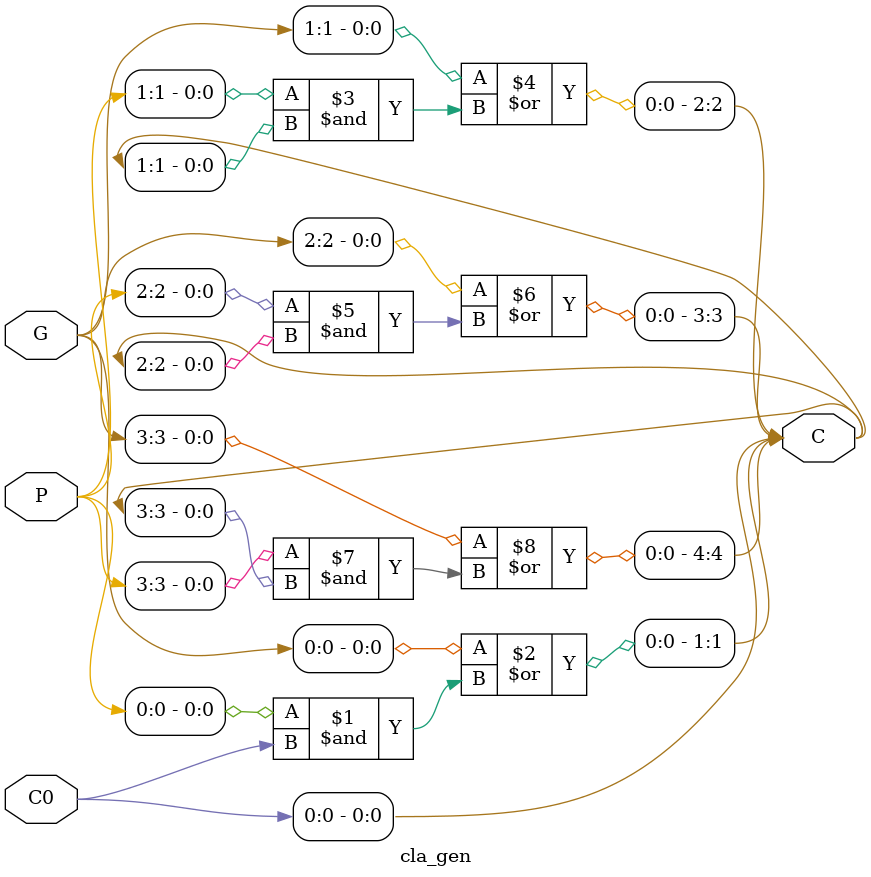
<source format=v>
module addsub_cla(A,B,M,S,C,V);
	
	input [W-1:0] A;
	input [W-1:0] B;
	input M;
	output [W-1:0] S;
	output C;
	output V;
	
	parameter W = 4;
	
	wire[W-1:0] p;
	wire[W-1:0] g;
	wire[W:0] c;
	reg v;
	reg [W-1:0] Bb;
	
	always@(*)
	begin
	if(M==1)
		Bb[W-1:0] = ~B[W-1:0];
	else if(M==0)
		Bb[W-1:0] = B[W-1:0];
	end
	
	assign p[W-1:0] = A[W-1:0]^Bb[W-1:0];
	assign g[W-1:0] = A[W-1:0]&Bb[W-1:0];
	
	cla_gen #(.W(W)) CLAGEN(.P(p), .G(g), .C0(M), .C(c));
	
	always@(*)
	begin
		if(c[W] == c[W-1])
			v = 1'b0;
		else
			v = 1'b1;
	end
	
	assign V = v;
	
	genvar j;
		generate
			for(j=0;j<W;j=j+1)
				begin
					assign S[j] = c[j]^p[j];
				end
		endgenerate
	
	assign C = c[W];
	
	
	
endmodule


module cla_gen(P,G,C0,C);
	parameter W = 4;
	input [W-1:0] P;
	input [W-1:0] G;
	input C0;
	output [W:0] C;
	
	genvar i;
	generate
		for(i=1; i<W+1; i=i+1)
			begin
				assign C[i] = G[i-1] | (P[i-1]&C[i-1]);
			end
	endgenerate
	assign C[0] = C0;
endmodule
</source>
